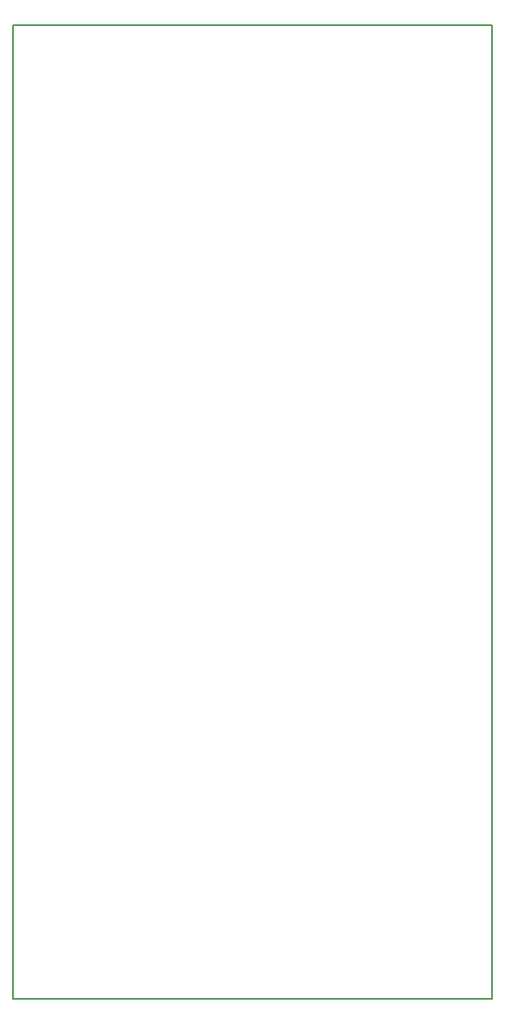
<source format=gm1>
G04 #@! TF.GenerationSoftware,KiCad,Pcbnew,(5.0.0-3-g5ebb6b6)*
G04 #@! TF.CreationDate,2019-04-25T18:54:20+02:00*
G04 #@! TF.ProjectId,minidrum-77,6D696E696472756D2D37372E6B696361,rev?*
G04 #@! TF.SameCoordinates,Original*
G04 #@! TF.FileFunction,Profile,NP*
%FSLAX46Y46*%
G04 Gerber Fmt 4.6, Leading zero omitted, Abs format (unit mm)*
G04 Created by KiCad (PCBNEW (5.0.0-3-g5ebb6b6)) date Thursday 25 April 2019 18:54:20*
%MOMM*%
%LPD*%
G01*
G04 APERTURE LIST*
%ADD10C,0.200000*%
G04 APERTURE END LIST*
D10*
X121920000Y-53086000D02*
X121920000Y-154686000D01*
X171958000Y-53086000D02*
X121920000Y-53086000D01*
X171958000Y-154686000D02*
X171958000Y-53086000D01*
X121920000Y-154686000D02*
X171958000Y-154686000D01*
M02*

</source>
